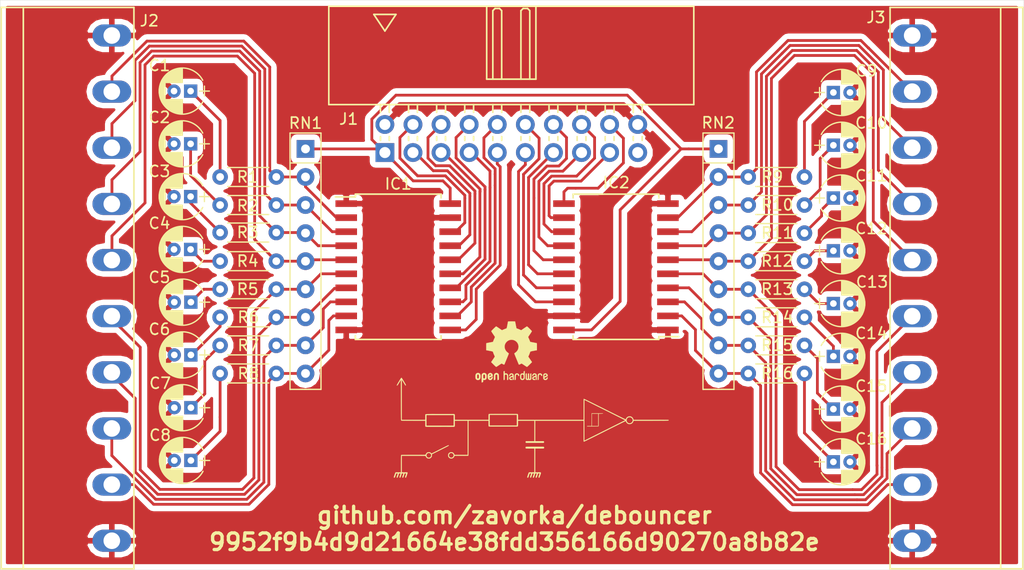
<source format=kicad_pcb>
(kicad_pcb (version 4) (host pcbnew 4.0.7)
  (layers (0 F.Cu power) (31 B.Cu signal) (34 B.Paste user) (35 F.Paste user) (36 B.SilkS user) (37 F.SilkS user) (38 B.Mask user) (39 F.Mask user) (44 Edge.Cuts user))
  (net 0 "")
  (net 1 "Net-(C1-Pad1)")
  (net 2 GND)
  (net 3 "Net-(C2-Pad1)")
  (net 4 "Net-(C3-Pad1)")
  (net 5 "Net-(C4-Pad1)")
  (net 6 "Net-(C5-Pad1)")
  (net 7 "Net-(C6-Pad1)")
  (net 8 "Net-(C7-Pad1)")
  (net 9 "Net-(C8-Pad1)")
  (net 10 "Net-(C9-Pad1)")
  (net 11 "Net-(C10-Pad1)")
  (net 12 "Net-(C11-Pad1)")
  (net 13 "Net-(C12-Pad1)")
  (net 14 "Net-(C13-Pad1)")
  (net 15 "Net-(C14-Pad1)")
  (net 16 "Net-(C15-Pad1)")
  (net 17 "Net-(C16-Pad1)")
  (net 18 "Net-(IC1-Pad2)")
  (net 19 "Net-(IC1-Pad3)")
  (net 20 "Net-(IC1-Pad4)")
  (net 21 "Net-(IC1-Pad5)")
  (net 22 "Net-(IC1-Pad6)")
  (net 23 "Net-(IC1-Pad7)")
  (net 24 "Net-(IC1-Pad8)")
  (net 25 "Net-(IC1-Pad9)")
  (net 26 "Net-(IC1-Pad11)")
  (net 27 "Net-(IC1-Pad12)")
  (net 28 "Net-(IC1-Pad13)")
  (net 29 "Net-(IC1-Pad14)")
  (net 30 "Net-(IC1-Pad15)")
  (net 31 "Net-(IC1-Pad16)")
  (net 32 "Net-(IC1-Pad17)")
  (net 33 "Net-(IC1-Pad18)")
  (net 34 "Net-(IC2-Pad2)")
  (net 35 "Net-(IC2-Pad3)")
  (net 36 "Net-(IC2-Pad4)")
  (net 37 "Net-(IC2-Pad5)")
  (net 38 "Net-(IC2-Pad6)")
  (net 39 "Net-(IC2-Pad7)")
  (net 40 "Net-(IC2-Pad8)")
  (net 41 "Net-(IC2-Pad9)")
  (net 42 "Net-(IC2-Pad11)")
  (net 43 "Net-(IC2-Pad12)")
  (net 44 "Net-(IC2-Pad13)")
  (net 45 "Net-(IC2-Pad14)")
  (net 46 "Net-(IC2-Pad15)")
  (net 47 "Net-(IC2-Pad16)")
  (net 48 "Net-(IC2-Pad17)")
  (net 49 "Net-(IC2-Pad18)")
  (net 50 +3V3)
  (net 51 +5V)
  (module Connectors_Multicomp:Multicomp_MC9A22-2034_2x10x2.54mm_Angled (layer F.Cu) (at 83.6557 92.2782)
    (fp_text reference J1 (at -3.2774 -3.0353) (layer F.SilkS))
    (fp_text value Conn_02x10_Odd_Even hide)
    (pad 1 thru_hole rect (at 0 0) (size 1.7 1.7) (drill 1) (layers *.Cu *.Mask) (net 50 +3V3))
    (pad 2 thru_hole circle (at 0 -2.54) (size 1.7 1.7) (drill 1) (layers *.Cu *.Mask) (net 2 GND))
    (pad 3 thru_hole circle (at 2.54 0) (size 1.7 1.7) (drill 1) (layers *.Cu *.Mask) (net 32 "Net-(IC1-Pad17)"))
    (pad 4 thru_hole circle (at 2.54 -2.54) (size 1.7 1.7) (drill 1) (layers *.Cu *.Mask) (net 33 "Net-(IC1-Pad18)"))
    (pad 5 thru_hole circle (at 5.08 0) (size 1.7 1.7) (drill 1) (layers *.Cu *.Mask) (net 30 "Net-(IC1-Pad15)"))
    (pad 6 thru_hole circle (at 5.08 -2.54) (size 1.7 1.7) (drill 1) (layers *.Cu *.Mask) (net 31 "Net-(IC1-Pad16)"))
    (pad 7 thru_hole circle (at 7.62 0) (size 1.7 1.7) (drill 1) (layers *.Cu *.Mask) (net 28 "Net-(IC1-Pad13)"))
    (pad 8 thru_hole circle (at 7.62 -2.54) (size 1.7 1.7) (drill 1) (layers *.Cu *.Mask) (net 29 "Net-(IC1-Pad14)"))
    (pad 9 thru_hole circle (at 10.16 0) (size 1.7 1.7) (drill 1) (layers *.Cu *.Mask) (net 26 "Net-(IC1-Pad11)"))
    (pad 10 thru_hole circle (at 10.16 -2.54) (size 1.7 1.7) (drill 1) (layers *.Cu *.Mask) (net 27 "Net-(IC1-Pad12)"))
    (pad 11 thru_hole circle (at 12.7 0) (size 1.7 1.7) (drill 1) (layers *.Cu *.Mask) (net 49 "Net-(IC2-Pad18)"))
    (pad 12 thru_hole circle (at 12.7 -2.54) (size 1.7 1.7) (drill 1) (layers *.Cu *.Mask) (net 48 "Net-(IC2-Pad17)"))
    (pad 13 thru_hole circle (at 15.24 0) (size 1.7 1.7) (drill 1) (layers *.Cu *.Mask) (net 47 "Net-(IC2-Pad16)"))
    (pad 14 thru_hole circle (at 15.24 -2.54) (size 1.7 1.7) (drill 1) (layers *.Cu *.Mask) (net 46 "Net-(IC2-Pad15)"))
    (pad 15 thru_hole circle (at 17.78 0) (size 1.7 1.7) (drill 1) (layers *.Cu *.Mask) (net 45 "Net-(IC2-Pad14)"))
    (pad 16 thru_hole circle (at 17.78 -2.54) (size 1.7 1.7) (drill 1) (layers *.Cu *.Mask) (net 44 "Net-(IC2-Pad13)"))
    (pad 17 thru_hole circle (at 20.32 0) (size 1.7 1.7) (drill 1) (layers *.Cu *.Mask) (net 43 "Net-(IC2-Pad12)"))
    (pad 18 thru_hole circle (at 20.32 -2.54) (size 1.7 1.7) (drill 1) (layers *.Cu *.Mask) (net 42 "Net-(IC2-Pad11)"))
    (pad 19 thru_hole circle (at 22.86 0) (size 1.7 1.7) (drill 1) (layers *.Cu *.Mask) (net 51 +5V))
    (pad 20 thru_hole circle (at 22.86 -2.54) (size 1.7 1.7) (drill 1) (layers *.Cu *.Mask) (net 2 GND))
  )
  (module Capacitors_THT:CP_Radial_D4.0mm_P1.50mm (layer F.Cu) (at 66.0908 86.7156 180)
    (fp_text reference C1 (at 2.8194 2.3241 180) (layer F.SilkS))
    (fp_text value 1u hide)
    (pad 1 thru_hole rect (at 0 0 180) (size 1.2 1.2) (drill 0.6) (layers *.Cu *.Mask) (net 1 "Net-(C1-Pad1)"))
    (pad 2 thru_hole circle (at 1.5 0 180) (size 1.2 1.2) (drill 0.6) (layers *.Cu *.Mask) (net 2 GND))
  )
  (module Capacitors_THT:CP_Radial_D4.0mm_P1.50mm (layer F.Cu) (at 66.0908 91.4908 180)
    (fp_text reference C2 (at 2.8194 2.4003 180) (layer F.SilkS))
    (fp_text value 1u hide)
    (pad 1 thru_hole rect (at 0 0 180) (size 1.2 1.2) (drill 0.6) (layers *.Cu *.Mask) (net 3 "Net-(C2-Pad1)"))
    (pad 2 thru_hole circle (at 1.5 0 180) (size 1.2 1.2) (drill 0.6) (layers *.Cu *.Mask) (net 2 GND))
  )
  (module Capacitors_THT:CP_Radial_D4.0mm_P1.50mm (layer F.Cu) (at 66.0908 96.266 180)
    (fp_text reference C3 (at 2.8194 2.286 180) (layer F.SilkS))
    (fp_text value 1u hide)
    (pad 1 thru_hole rect (at 0 0 180) (size 1.2 1.2) (drill 0.6) (layers *.Cu *.Mask) (net 4 "Net-(C3-Pad1)"))
    (pad 2 thru_hole circle (at 1.5 0 180) (size 1.2 1.2) (drill 0.6) (layers *.Cu *.Mask) (net 2 GND))
  )
  (module Capacitors_THT:CP_Radial_D4.0mm_P1.50mm (layer F.Cu) (at 66.0908 101.0412 180)
    (fp_text reference C4 (at 2.8194 2.3622 180) (layer F.SilkS))
    (fp_text value 1u hide)
    (pad 1 thru_hole rect (at 0 0 180) (size 1.2 1.2) (drill 0.6) (layers *.Cu *.Mask) (net 5 "Net-(C4-Pad1)"))
    (pad 2 thru_hole circle (at 1.5 0 180) (size 1.2 1.2) (drill 0.6) (layers *.Cu *.Mask) (net 2 GND))
  )
  (module Capacitors_THT:CP_Radial_D4.0mm_P1.50mm (layer F.Cu) (at 66.1162 105.8164 180)
    (fp_text reference C5 (at 2.8448 2.2479 180) (layer F.SilkS))
    (fp_text value 1u hide)
    (pad 1 thru_hole rect (at 0 0 180) (size 1.2 1.2) (drill 0.6) (layers *.Cu *.Mask) (net 6 "Net-(C5-Pad1)"))
    (pad 2 thru_hole circle (at 1.5 0 180) (size 1.2 1.2) (drill 0.6) (layers *.Cu *.Mask) (net 2 GND))
  )
  (module Capacitors_THT:CP_Radial_D4.0mm_P1.50mm (layer F.Cu) (at 66.1162 110.5916 180)
    (fp_text reference C6 (at 2.8448 2.3241 180) (layer F.SilkS))
    (fp_text value 1u hide)
    (pad 1 thru_hole rect (at 0 0 180) (size 1.2 1.2) (drill 0.6) (layers *.Cu *.Mask) (net 7 "Net-(C6-Pad1)"))
    (pad 2 thru_hole circle (at 1.5 0 180) (size 1.2 1.2) (drill 0.6) (layers *.Cu *.Mask) (net 2 GND))
  )
  (module Capacitors_THT:CP_Radial_D4.0mm_P1.50mm (layer F.Cu) (at 66.1162 115.3668 180)
    (fp_text reference C7 (at 2.7813 2.2098 180) (layer F.SilkS))
    (fp_text value 1u hide)
    (pad 1 thru_hole rect (at 0 0 180) (size 1.2 1.2) (drill 0.6) (layers *.Cu *.Mask) (net 8 "Net-(C7-Pad1)"))
    (pad 2 thru_hole circle (at 1.5 0 180) (size 1.2 1.2) (drill 0.6) (layers *.Cu *.Mask) (net 2 GND))
  )
  (module Capacitors_THT:CP_Radial_D4.0mm_P1.50mm (layer F.Cu) (at 66.1162 120.142 180)
    (fp_text reference C8 (at 2.7813 2.286 180) (layer F.SilkS))
    (fp_text value 1u hide)
    (pad 1 thru_hole rect (at 0 0 180) (size 1.2 1.2) (drill 0.6) (layers *.Cu *.Mask) (net 9 "Net-(C8-Pad1)"))
    (pad 2 thru_hole circle (at 1.5 0 180) (size 1.2 1.2) (drill 0.6) (layers *.Cu *.Mask) (net 2 GND))
  )
  (module Capacitors_THT:CP_Radial_D4.0mm_P1.50mm (layer F.Cu) (at 124.206 86.8426)
    (fp_text reference C9 (at 2.9845 -1.9558) (layer F.SilkS))
    (fp_text value 1u hide)
    (pad 1 thru_hole rect (at 0 0) (size 1.2 1.2) (drill 0.6) (layers *.Cu *.Mask) (net 10 "Net-(C9-Pad1)"))
    (pad 2 thru_hole circle (at 1.5 0) (size 1.2 1.2) (drill 0.6) (layers *.Cu *.Mask) (net 2 GND))
  )
  (module Capacitors_THT:CP_Radial_D4.0mm_P1.50mm (layer F.Cu) (at 124.206 91.6178)
    (fp_text reference C10 (at 3.429 -2.0193) (layer F.SilkS))
    (fp_text value 1u hide)
    (pad 1 thru_hole rect (at 0 0) (size 1.2 1.2) (drill 0.6) (layers *.Cu *.Mask) (net 11 "Net-(C10-Pad1)"))
    (pad 2 thru_hole circle (at 1.5 0) (size 1.2 1.2) (drill 0.6) (layers *.Cu *.Mask) (net 2 GND))
  )
  (module Capacitors_THT:CP_Radial_D4.0mm_P1.50mm (layer F.Cu) (at 124.206 96.393)
    (fp_text reference C11 (at 3.429 -2.0193) (layer F.SilkS))
    (fp_text value 1u hide)
    (pad 1 thru_hole rect (at 0 0) (size 1.2 1.2) (drill 0.6) (layers *.Cu *.Mask) (net 12 "Net-(C11-Pad1)"))
    (pad 2 thru_hole circle (at 1.5 0) (size 1.2 1.2) (drill 0.6) (layers *.Cu *.Mask) (net 2 GND))
  )
  (module Capacitors_THT:CP_Radial_D4.0mm_P1.50mm (layer F.Cu) (at 124.206 101.1682)
    (fp_text reference C12 (at 3.429 -2.0193) (layer F.SilkS))
    (fp_text value 1u hide)
    (pad 1 thru_hole rect (at 0 0) (size 1.2 1.2) (drill 0.6) (layers *.Cu *.Mask) (net 13 "Net-(C12-Pad1)"))
    (pad 2 thru_hole circle (at 1.5 0) (size 1.2 1.2) (drill 0.6) (layers *.Cu *.Mask) (net 2 GND))
  )
  (module Capacitors_THT:CP_Radial_D4.0mm_P1.50mm (layer F.Cu) (at 124.206 105.9434)
    (fp_text reference C13 (at 3.4925 -1.9558) (layer F.SilkS))
    (fp_text value 1u hide)
    (pad 1 thru_hole rect (at 0 0) (size 1.2 1.2) (drill 0.6) (layers *.Cu *.Mask) (net 14 "Net-(C13-Pad1)"))
    (pad 2 thru_hole circle (at 1.5 0) (size 1.2 1.2) (drill 0.6) (layers *.Cu *.Mask) (net 2 GND))
  )
  (module Capacitors_THT:CP_Radial_D4.0mm_P1.50mm (layer F.Cu) (at 124.206 110.7186)
    (fp_text reference C14 (at 3.429 -2.0828) (layer F.SilkS))
    (fp_text value 1u hide)
    (pad 1 thru_hole rect (at 0 0) (size 1.2 1.2) (drill 0.6) (layers *.Cu *.Mask) (net 15 "Net-(C14-Pad1)"))
    (pad 2 thru_hole circle (at 1.5 0) (size 1.2 1.2) (drill 0.6) (layers *.Cu *.Mask) (net 2 GND))
  )
  (module Capacitors_THT:CP_Radial_D4.0mm_P1.50mm (layer F.Cu) (at 124.206 115.4938)
    (fp_text reference C15 (at 3.429 -2.0828) (layer F.SilkS))
    (fp_text value 1u hide)
    (pad 1 thru_hole rect (at 0 0) (size 1.2 1.2) (drill 0.6) (layers *.Cu *.Mask) (net 16 "Net-(C15-Pad1)"))
    (pad 2 thru_hole circle (at 1.5 0) (size 1.2 1.2) (drill 0.6) (layers *.Cu *.Mask) (net 2 GND))
  )
  (module Capacitors_THT:CP_Radial_D4.0mm_P1.50mm (layer F.Cu) (at 124.206 120.269)
    (fp_text reference C16 (at 3.429 -2.0828) (layer F.SilkS))
    (fp_text value 1u hide)
    (pad 1 thru_hole rect (at 0 0) (size 1.2 1.2) (drill 0.6) (layers *.Cu *.Mask) (net 17 "Net-(C16-Pad1)"))
    (pad 2 thru_hole circle (at 1.5 0) (size 1.2 1.2) (drill 0.6) (layers *.Cu *.Mask) (net 2 GND))
  )
  (module Housings_SOIC:SOIC-20W_7.5x12.8mm_Pitch1.27mm (layer F.Cu) (at 84.8614 102.616)
    (fp_text reference IC1 (at 0 -7.5) (layer F.SilkS))
    (fp_text value 74HC7540)
    (pad 1 smd rect (at -4.7 -5.715) (size 1.95 0.6) (layers F.Cu F.Paste F.Mask) (net 2 GND))
    (pad 2 smd rect (at -4.7 -4.445) (size 1.95 0.6) (layers F.Cu F.Paste F.Mask) (net 18 "Net-(IC1-Pad2)"))
    (pad 3 smd rect (at -4.7 -3.175) (size 1.95 0.6) (layers F.Cu F.Paste F.Mask) (net 19 "Net-(IC1-Pad3)"))
    (pad 4 smd rect (at -4.7 -1.905) (size 1.95 0.6) (layers F.Cu F.Paste F.Mask) (net 20 "Net-(IC1-Pad4)"))
    (pad 5 smd rect (at -4.7 -0.635) (size 1.95 0.6) (layers F.Cu F.Paste F.Mask) (net 21 "Net-(IC1-Pad5)"))
    (pad 6 smd rect (at -4.7 0.635) (size 1.95 0.6) (layers F.Cu F.Paste F.Mask) (net 22 "Net-(IC1-Pad6)"))
    (pad 7 smd rect (at -4.7 1.905) (size 1.95 0.6) (layers F.Cu F.Paste F.Mask) (net 23 "Net-(IC1-Pad7)"))
    (pad 8 smd rect (at -4.7 3.175) (size 1.95 0.6) (layers F.Cu F.Paste F.Mask) (net 24 "Net-(IC1-Pad8)"))
    (pad 9 smd rect (at -4.7 4.445) (size 1.95 0.6) (layers F.Cu F.Paste F.Mask) (net 25 "Net-(IC1-Pad9)"))
    (pad 10 smd rect (at -4.7 5.715) (size 1.95 0.6) (layers F.Cu F.Paste F.Mask) (net 2 GND))
    (pad 11 smd rect (at 4.7 5.715) (size 1.95 0.6) (layers F.Cu F.Paste F.Mask) (net 26 "Net-(IC1-Pad11)"))
    (pad 12 smd rect (at 4.7 4.445) (size 1.95 0.6) (layers F.Cu F.Paste F.Mask) (net 27 "Net-(IC1-Pad12)"))
    (pad 13 smd rect (at 4.7 3.175) (size 1.95 0.6) (layers F.Cu F.Paste F.Mask) (net 28 "Net-(IC1-Pad13)"))
    (pad 14 smd rect (at 4.7 1.905) (size 1.95 0.6) (layers F.Cu F.Paste F.Mask) (net 29 "Net-(IC1-Pad14)"))
    (pad 15 smd rect (at 4.7 0.635) (size 1.95 0.6) (layers F.Cu F.Paste F.Mask) (net 30 "Net-(IC1-Pad15)"))
    (pad 16 smd rect (at 4.7 -0.635) (size 1.95 0.6) (layers F.Cu F.Paste F.Mask) (net 31 "Net-(IC1-Pad16)"))
    (pad 17 smd rect (at 4.7 -1.905) (size 1.95 0.6) (layers F.Cu F.Paste F.Mask) (net 32 "Net-(IC1-Pad17)"))
    (pad 18 smd rect (at 4.7 -3.175) (size 1.95 0.6) (layers F.Cu F.Paste F.Mask) (net 33 "Net-(IC1-Pad18)"))
    (pad 19 smd rect (at 4.7 -4.445) (size 1.95 0.6) (layers F.Cu F.Paste F.Mask) (net 2 GND))
    (pad 20 smd rect (at 4.7 -5.715) (size 1.95 0.6) (layers F.Cu F.Paste F.Mask) (net 50 +3V3))
  )
  (module Housings_SOIC:SOIC-20W_7.5x12.8mm_Pitch1.27mm (layer F.Cu) (at 104.5464 102.616 180)
    (fp_text reference IC2 (at -0.0254 7.62 180) (layer F.SilkS))
    (fp_text value 74HC7540)
    (pad 1 smd rect (at -4.7 -5.715 180) (size 1.95 0.6) (layers F.Cu F.Paste F.Mask) (net 2 GND))
    (pad 2 smd rect (at -4.7 -4.445 180) (size 1.95 0.6) (layers F.Cu F.Paste F.Mask) (net 34 "Net-(IC2-Pad2)"))
    (pad 3 smd rect (at -4.7 -3.175 180) (size 1.95 0.6) (layers F.Cu F.Paste F.Mask) (net 35 "Net-(IC2-Pad3)"))
    (pad 4 smd rect (at -4.7 -1.905 180) (size 1.95 0.6) (layers F.Cu F.Paste F.Mask) (net 36 "Net-(IC2-Pad4)"))
    (pad 5 smd rect (at -4.7 -0.635 180) (size 1.95 0.6) (layers F.Cu F.Paste F.Mask) (net 37 "Net-(IC2-Pad5)"))
    (pad 6 smd rect (at -4.7 0.635 180) (size 1.95 0.6) (layers F.Cu F.Paste F.Mask) (net 38 "Net-(IC2-Pad6)"))
    (pad 7 smd rect (at -4.7 1.905 180) (size 1.95 0.6) (layers F.Cu F.Paste F.Mask) (net 39 "Net-(IC2-Pad7)"))
    (pad 8 smd rect (at -4.7 3.175 180) (size 1.95 0.6) (layers F.Cu F.Paste F.Mask) (net 40 "Net-(IC2-Pad8)"))
    (pad 9 smd rect (at -4.7 4.445 180) (size 1.95 0.6) (layers F.Cu F.Paste F.Mask) (net 41 "Net-(IC2-Pad9)"))
    (pad 10 smd rect (at -4.7 5.715 180) (size 1.95 0.6) (layers F.Cu F.Paste F.Mask) (net 2 GND))
    (pad 11 smd rect (at 4.7 5.715 180) (size 1.95 0.6) (layers F.Cu F.Paste F.Mask) (net 42 "Net-(IC2-Pad11)"))
    (pad 12 smd rect (at 4.7 4.445 180) (size 1.95 0.6) (layers F.Cu F.Paste F.Mask) (net 43 "Net-(IC2-Pad12)"))
    (pad 13 smd rect (at 4.7 3.175 180) (size 1.95 0.6) (layers F.Cu F.Paste F.Mask) (net 44 "Net-(IC2-Pad13)"))
    (pad 14 smd rect (at 4.7 1.905 180) (size 1.95 0.6) (layers F.Cu F.Paste F.Mask) (net 45 "Net-(IC2-Pad14)"))
    (pad 15 smd rect (at 4.7 0.635 180) (size 1.95 0.6) (layers F.Cu F.Paste F.Mask) (net 46 "Net-(IC2-Pad15)"))
    (pad 16 smd rect (at 4.7 -0.635 180) (size 1.95 0.6) (layers F.Cu F.Paste F.Mask) (net 47 "Net-(IC2-Pad16)"))
    (pad 17 smd rect (at 4.7 -1.905 180) (size 1.95 0.6) (layers F.Cu F.Paste F.Mask) (net 48 "Net-(IC2-Pad17)"))
    (pad 18 smd rect (at 4.7 -3.175 180) (size 1.95 0.6) (layers F.Cu F.Paste F.Mask) (net 49 "Net-(IC2-Pad18)"))
    (pad 19 smd rect (at 4.7 -4.445 180) (size 1.95 0.6) (layers F.Cu F.Paste F.Mask) (net 2 GND))
    (pad 20 smd rect (at 4.7 -5.715 180) (size 1.95 0.6) (layers F.Cu F.Paste F.Mask) (net 50 +3V3))
  )
  (module Resistors_THT:R_Axial_DIN0204_L3.6mm_D1.6mm_P5.08mm_Horizontal (layer F.Cu) (at 68.7578 94.488)
    (fp_text reference R1 (at 2.4892 0) (layer F.SilkS))
    (fp_text value 7k5 hide)
    (pad 1 thru_hole circle (at 0 0) (size 1.4 1.4) (drill 0.7) (layers *.Cu *.Mask) (net 1 "Net-(C1-Pad1)"))
    (pad 2 thru_hole oval (at 5.08 0) (size 1.4 1.4) (drill 0.7) (layers *.Cu *.Mask) (net 18 "Net-(IC1-Pad2)"))
  )
  (module Resistors_THT:R_Axial_DIN0204_L3.6mm_D1.6mm_P5.08mm_Horizontal (layer F.Cu) (at 68.7578 97.028)
    (fp_text reference R2 (at 2.4892 0.0635) (layer F.SilkS))
    (fp_text value 7k5 hide)
    (pad 1 thru_hole circle (at 0 0) (size 1.4 1.4) (drill 0.7) (layers *.Cu *.Mask) (net 3 "Net-(C2-Pad1)"))
    (pad 2 thru_hole oval (at 5.08 0) (size 1.4 1.4) (drill 0.7) (layers *.Cu *.Mask) (net 19 "Net-(IC1-Pad3)"))
  )
  (module Resistors_THT:R_Axial_DIN0204_L3.6mm_D1.6mm_P5.08mm_Horizontal (layer F.Cu) (at 68.7578 99.5172)
    (fp_text reference R3 (at 2.4892 -0.0127) (layer F.SilkS))
    (fp_text value 7k5 hide)
    (pad 1 thru_hole circle (at 0 0) (size 1.4 1.4) (drill 0.7) (layers *.Cu *.Mask) (net 4 "Net-(C3-Pad1)"))
    (pad 2 thru_hole oval (at 5.08 0) (size 1.4 1.4) (drill 0.7) (layers *.Cu *.Mask) (net 20 "Net-(IC1-Pad4)"))
  )
  (module Resistors_THT:R_Axial_DIN0204_L3.6mm_D1.6mm_P5.08mm_Horizontal (layer F.Cu) (at 68.7578 102.108)
    (fp_text reference R4 (at 2.4892 0) (layer F.SilkS))
    (fp_text value 7k5 hide)
    (pad 1 thru_hole circle (at 0 0) (size 1.4 1.4) (drill 0.7) (layers *.Cu *.Mask) (net 5 "Net-(C4-Pad1)"))
    (pad 2 thru_hole oval (at 5.08 0) (size 1.4 1.4) (drill 0.7) (layers *.Cu *.Mask) (net 21 "Net-(IC1-Pad5)"))
  )
  (module Resistors_THT:R_Axial_DIN0204_L3.6mm_D1.6mm_P5.08mm_Horizontal (layer F.Cu) (at 68.7578 104.648)
    (fp_text reference R5 (at 2.4892 0) (layer F.SilkS))
    (fp_text value 7k5 hide)
    (pad 1 thru_hole circle (at 0 0) (size 1.4 1.4) (drill 0.7) (layers *.Cu *.Mask) (net 6 "Net-(C5-Pad1)"))
    (pad 2 thru_hole oval (at 5.08 0) (size 1.4 1.4) (drill 0.7) (layers *.Cu *.Mask) (net 22 "Net-(IC1-Pad6)"))
  )
  (module Resistors_THT:R_Axial_DIN0204_L3.6mm_D1.6mm_P5.08mm_Horizontal (layer F.Cu) (at 68.7578 107.188)
    (fp_text reference R6 (at 2.5527 0) (layer F.SilkS))
    (fp_text value 7k5 hide)
    (pad 1 thru_hole circle (at 0 0) (size 1.4 1.4) (drill 0.7) (layers *.Cu *.Mask) (net 7 "Net-(C6-Pad1)"))
    (pad 2 thru_hole oval (at 5.08 0) (size 1.4 1.4) (drill 0.7) (layers *.Cu *.Mask) (net 23 "Net-(IC1-Pad7)"))
  )
  (module Resistors_THT:R_Axial_DIN0204_L3.6mm_D1.6mm_P5.08mm_Horizontal (layer F.Cu) (at 68.7578 109.728)
    (fp_text reference R7 (at 2.5527 0) (layer F.SilkS))
    (fp_text value 7k5 hide)
    (pad 1 thru_hole circle (at 0 0) (size 1.4 1.4) (drill 0.7) (layers *.Cu *.Mask) (net 8 "Net-(C7-Pad1)"))
    (pad 2 thru_hole oval (at 5.08 0) (size 1.4 1.4) (drill 0.7) (layers *.Cu *.Mask) (net 24 "Net-(IC1-Pad8)"))
  )
  (module Resistors_THT:R_Axial_DIN0204_L3.6mm_D1.6mm_P5.08mm_Horizontal (layer F.Cu) (at 68.7578 112.268)
    (fp_text reference R8 (at 2.5527 0) (layer F.SilkS))
    (fp_text value 7k5 hide)
    (pad 1 thru_hole circle (at 0 0) (size 1.4 1.4) (drill 0.7) (layers *.Cu *.Mask) (net 9 "Net-(C8-Pad1)"))
    (pad 2 thru_hole oval (at 5.08 0) (size 1.4 1.4) (drill 0.7) (layers *.Cu *.Mask) (net 25 "Net-(IC1-Pad9)"))
  )
  (module Resistors_THT:R_Axial_DIN0204_L3.6mm_D1.6mm_P5.08mm_Horizontal (layer F.Cu) (at 121.5898 94.488 180)
    (fp_text reference R9 (at 2.9083 0.0127 180) (layer F.SilkS))
    (fp_text value 7k5 hide)
    (pad 1 thru_hole circle (at 0 0 180) (size 1.4 1.4) (drill 0.7) (layers *.Cu *.Mask) (net 10 "Net-(C9-Pad1)"))
    (pad 2 thru_hole oval (at 5.08 0 180) (size 1.4 1.4) (drill 0.7) (layers *.Cu *.Mask) (net 41 "Net-(IC2-Pad9)"))
  )
  (module Resistors_THT:R_Axial_DIN0204_L3.6mm_D1.6mm_P5.08mm_Horizontal (layer F.Cu) (at 121.5898 97.028 180)
    (fp_text reference R10 (at 2.4638 0.0127 180) (layer F.SilkS))
    (fp_text value 7k5 hide)
    (pad 1 thru_hole circle (at 0 0 180) (size 1.4 1.4) (drill 0.7) (layers *.Cu *.Mask) (net 11 "Net-(C10-Pad1)"))
    (pad 2 thru_hole oval (at 5.08 0 180) (size 1.4 1.4) (drill 0.7) (layers *.Cu *.Mask) (net 40 "Net-(IC2-Pad8)"))
  )
  (module Resistors_THT:R_Axial_DIN0204_L3.6mm_D1.6mm_P5.08mm_Horizontal (layer F.Cu) (at 121.5898 99.568 180)
    (fp_text reference R11 (at 2.4638 0.0127 180) (layer F.SilkS))
    (fp_text value 7k5 hide)
    (pad 1 thru_hole circle (at 0 0 180) (size 1.4 1.4) (drill 0.7) (layers *.Cu *.Mask) (net 12 "Net-(C11-Pad1)"))
    (pad 2 thru_hole oval (at 5.08 0 180) (size 1.4 1.4) (drill 0.7) (layers *.Cu *.Mask) (net 39 "Net-(IC2-Pad7)"))
  )
  (module Resistors_THT:R_Axial_DIN0204_L3.6mm_D1.6mm_P5.08mm_Horizontal (layer F.Cu) (at 121.5898 102.108 180)
    (fp_text reference R12 (at 2.4638 0.0127 180) (layer F.SilkS))
    (fp_text value 7k5 hide)
    (pad 1 thru_hole circle (at 0 0 180) (size 1.4 1.4) (drill 0.7) (layers *.Cu *.Mask) (net 13 "Net-(C12-Pad1)"))
    (pad 2 thru_hole oval (at 5.08 0 180) (size 1.4 1.4) (drill 0.7) (layers *.Cu *.Mask) (net 38 "Net-(IC2-Pad6)"))
  )
  (module Resistors_THT:R_Axial_DIN0204_L3.6mm_D1.6mm_P5.08mm_Horizontal (layer F.Cu) (at 121.5898 104.648 180)
    (fp_text reference R13 (at 2.4638 0.0127 180) (layer F.SilkS))
    (fp_text value 7k5 hide)
    (pad 1 thru_hole circle (at 0 0 180) (size 1.4 1.4) (drill 0.7) (layers *.Cu *.Mask) (net 14 "Net-(C13-Pad1)"))
    (pad 2 thru_hole oval (at 5.08 0 180) (size 1.4 1.4) (drill 0.7) (layers *.Cu *.Mask) (net 37 "Net-(IC2-Pad5)"))
  )
  (module Resistors_THT:R_Axial_DIN0204_L3.6mm_D1.6mm_P5.08mm_Horizontal (layer F.Cu) (at 121.5898 107.188 180)
    (fp_text reference R14 (at 2.4638 0 180) (layer F.SilkS))
    (fp_text value 7k5 hide)
    (pad 1 thru_hole circle (at 0 0 180) (size 1.4 1.4) (drill 0.7) (layers *.Cu *.Mask) (net 15 "Net-(C14-Pad1)"))
    (pad 2 thru_hole oval (at 5.08 0 180) (size 1.4 1.4) (drill 0.7) (layers *.Cu *.Mask) (net 36 "Net-(IC2-Pad4)"))
  )
  (module Resistors_THT:R_Axial_DIN0204_L3.6mm_D1.6mm_P5.08mm_Horizontal (layer F.Cu) (at 121.5898 109.728 180)
    (fp_text reference R15 (at 2.4638 0.0127 180) (layer F.SilkS))
    (fp_text value 7k5 hide)
    (pad 1 thru_hole circle (at 0 0 180) (size 1.4 1.4) (drill 0.7) (layers *.Cu *.Mask) (net 16 "Net-(C15-Pad1)"))
    (pad 2 thru_hole oval (at 5.08 0 180) (size 1.4 1.4) (drill 0.7) (layers *.Cu *.Mask) (net 35 "Net-(IC2-Pad3)"))
  )
  (module Resistors_THT:R_Axial_DIN0204_L3.6mm_D1.6mm_P5.08mm_Horizontal (layer F.Cu) (at 121.5898 112.268 180)
    (fp_text reference R16 (at 2.4638 0.0127 180) (layer F.SilkS))
    (fp_text value 7k5 hide)
    (pad 1 thru_hole circle (at 0 0 180) (size 1.4 1.4) (drill 0.7) (layers *.Cu *.Mask) (net 17 "Net-(C16-Pad1)"))
    (pad 2 thru_hole oval (at 5.08 0 180) (size 1.4 1.4) (drill 0.7) (layers *.Cu *.Mask) (net 34 "Net-(IC2-Pad2)"))
  )
  (module Resistors_THT:R_Array_SIP9 (layer F.Cu) (at 76.4794 91.948 270)
    (fp_text reference RN1 (at -2.3368 0 360) (layer F.SilkS))
    (fp_text value 1k2 hide)
    (pad 1 thru_hole rect (at 0 0 270) (size 1.6 1.6) (drill 0.8) (layers *.Cu *.Mask) (net 50 +3V3))
    (pad 2 thru_hole oval (at 2.54 0 270) (size 1.6 1.6) (drill 0.8) (layers *.Cu *.Mask) (net 18 "Net-(IC1-Pad2)"))
    (pad 3 thru_hole oval (at 5.08 0 270) (size 1.6 1.6) (drill 0.8) (layers *.Cu *.Mask) (net 19 "Net-(IC1-Pad3)"))
    (pad 4 thru_hole oval (at 7.62 0 270) (size 1.6 1.6) (drill 0.8) (layers *.Cu *.Mask) (net 20 "Net-(IC1-Pad4)"))
    (pad 5 thru_hole oval (at 10.16 0 270) (size 1.6 1.6) (drill 0.8) (layers *.Cu *.Mask) (net 21 "Net-(IC1-Pad5)"))
    (pad 6 thru_hole oval (at 12.7 0 270) (size 1.6 1.6) (drill 0.8) (layers *.Cu *.Mask) (net 22 "Net-(IC1-Pad6)"))
    (pad 7 thru_hole oval (at 15.24 0 270) (size 1.6 1.6) (drill 0.8) (layers *.Cu *.Mask) (net 23 "Net-(IC1-Pad7)"))
    (pad 8 thru_hole oval (at 17.78 0 270) (size 1.6 1.6) (drill 0.8) (layers *.Cu *.Mask) (net 24 "Net-(IC1-Pad8)"))
    (pad 9 thru_hole oval (at 20.32 0 270) (size 1.6 1.6) (drill 0.8) (layers *.Cu *.Mask) (net 25 "Net-(IC1-Pad9)"))
  )
  (module Resistors_THT:R_Array_SIP9 (layer F.Cu) (at 113.8174 91.948 270)
    (fp_text reference RN2 (at -2.3622 0.0254 360) (layer F.SilkS))
    (fp_text value 1k2 hide)
    (pad 1 thru_hole rect (at 0 0 270) (size 1.6 1.6) (drill 0.8) (layers *.Cu *.Mask) (net 50 +3V3))
    (pad 2 thru_hole oval (at 2.54 0 270) (size 1.6 1.6) (drill 0.8) (layers *.Cu *.Mask) (net 41 "Net-(IC2-Pad9)"))
    (pad 3 thru_hole oval (at 5.08 0 270) (size 1.6 1.6) (drill 0.8) (layers *.Cu *.Mask) (net 40 "Net-(IC2-Pad8)"))
    (pad 4 thru_hole oval (at 7.62 0 270) (size 1.6 1.6) (drill 0.8) (layers *.Cu *.Mask) (net 39 "Net-(IC2-Pad7)"))
    (pad 5 thru_hole oval (at 10.16 0 270) (size 1.6 1.6) (drill 0.8) (layers *.Cu *.Mask) (net 38 "Net-(IC2-Pad6)"))
    (pad 6 thru_hole oval (at 12.7 0 270) (size 1.6 1.6) (drill 0.8) (layers *.Cu *.Mask) (net 37 "Net-(IC2-Pad5)"))
    (pad 7 thru_hole oval (at 15.24 0 270) (size 1.6 1.6) (drill 0.8) (layers *.Cu *.Mask) (net 36 "Net-(IC2-Pad4)"))
    (pad 8 thru_hole oval (at 17.78 0 270) (size 1.6 1.6) (drill 0.8) (layers *.Cu *.Mask) (net 35 "Net-(IC2-Pad3)"))
    (pad 9 thru_hole oval (at 20.32 0 270) (size 1.6 1.6) (drill 0.8) (layers *.Cu *.Mask) (net 34 "Net-(IC2-Pad2)"))
  )
  (module wago:PTR_STLZ950_10-5_08 (layer F.Cu) (at 131.3307 81.6864)
    (fp_text reference J3 (at -3.2766 -1.6383) (layer F.SilkS))
    (fp_text value Screw_Terminal_01x10 hide)
    (pad 1 thru_hole oval (at 0 45.72) (size 3.5 2) (drill 1.5) (layers *.Cu *.Mask) (net 2 GND))
    (pad 2 thru_hole oval (at 0 40.64) (size 3.5 2) (drill 1.5) (layers *.Cu *.Mask) (net 34 "Net-(IC2-Pad2)"))
    (pad 3 thru_hole oval (at 0 35.56) (size 3.5 2) (drill 1.5) (layers *.Cu *.Mask) (net 35 "Net-(IC2-Pad3)"))
    (pad 4 thru_hole oval (at 0 30.48) (size 3.5 2) (drill 1.5) (layers *.Cu *.Mask) (net 36 "Net-(IC2-Pad4)"))
    (pad 5 thru_hole oval (at 0 25.4) (size 3.5 2) (drill 1.5) (layers *.Cu *.Mask) (net 37 "Net-(IC2-Pad5)"))
    (pad 6 thru_hole oval (at 0 20.32) (size 3.5 2) (drill 1.5) (layers *.Cu *.Mask) (net 38 "Net-(IC2-Pad6)"))
    (pad 7 thru_hole oval (at 0 15.24) (size 3.5 2) (drill 1.5) (layers *.Cu *.Mask) (net 39 "Net-(IC2-Pad7)"))
    (pad 8 thru_hole oval (at 0 10.16) (size 3.5 2) (drill 1.5) (layers *.Cu *.Mask) (net 40 "Net-(IC2-Pad8)"))
    (pad 9 thru_hole oval (at 0 5.08) (size 3.5 2) (drill 1.5) (layers *.Cu *.Mask) (net 41 "Net-(IC2-Pad9)"))
    (pad 10 thru_hole oval (at 0 0) (size 3.5 2) (drill 1.5) (layers *.Cu *.Mask) (net 2 GND))
  )
  (module wago:PTR_STLZ950_10-5_08 (layer F.Cu) (at 58.9661 127.4064 180)
    (fp_text reference J2 (at -3.3909 47.0535 180) (layer F.SilkS))
    (fp_text value Screw_Terminal_01x10 hide)
    (pad 1 thru_hole oval (at 0 45.72 180) (size 3.5 2) (drill 1.5) (layers *.Cu *.Mask) (net 2 GND))
    (pad 2 thru_hole oval (at 0 40.64 180) (size 3.5 2) (drill 1.5) (layers *.Cu *.Mask) (net 18 "Net-(IC1-Pad2)"))
    (pad 3 thru_hole oval (at 0 35.56 180) (size 3.5 2) (drill 1.5) (layers *.Cu *.Mask) (net 19 "Net-(IC1-Pad3)"))
    (pad 4 thru_hole oval (at 0 30.48 180) (size 3.5 2) (drill 1.5) (layers *.Cu *.Mask) (net 20 "Net-(IC1-Pad4)"))
    (pad 5 thru_hole oval (at 0 25.4 180) (size 3.5 2) (drill 1.5) (layers *.Cu *.Mask) (net 21 "Net-(IC1-Pad5)"))
    (pad 6 thru_hole oval (at 0 20.32 180) (size 3.5 2) (drill 1.5) (layers *.Cu *.Mask) (net 22 "Net-(IC1-Pad6)"))
    (pad 7 thru_hole oval (at 0 15.24 180) (size 3.5 2) (drill 1.5) (layers *.Cu *.Mask) (net 23 "Net-(IC1-Pad7)"))
    (pad 8 thru_hole oval (at 0 10.16 180) (size 3.5 2) (drill 1.5) (layers *.Cu *.Mask) (net 24 "Net-(IC1-Pad8)"))
    (pad 9 thru_hole oval (at 0 5.08 180) (size 3.5 2) (drill 1.5) (layers *.Cu *.Mask) (net 25 "Net-(IC1-Pad9)"))
    (pad 10 thru_hole oval (at 0 0 180) (size 3.5 2) (drill 1.5) (layers *.Cu *.Mask) (net 2 GND))
  )
  (module tb:debouncer (layer F.Cu) (at 96.8883 117.1702)
    (fp_text reference G*** hide)
    (fp_text value LOGO hide)
  )
  (module Symbols:OSHW-Logo2_7.3x6mm_SilkScreen (layer F.Cu) (at 95.1103 110.3122)
    (fp_text reference REF*** hide)
    (fp_text value OSHW-Logo2_7.3x6mm_SilkScreen hide)
  )
  (gr_line (start 48.8696 78.486) (end 48.8696 79.0702) (angle 90) (layer Edge.Cuts) (width 0.0254))
  (gr_line (start 141.4272 78.486) (end 48.8696 78.486) (angle 90) (layer Edge.Cuts) (width 0.0254))
  (gr_line (start 141.4272 78.6765) (end 141.4272 78.486) (angle 90) (layer Edge.Cuts) (width 0.0254))
  (gr_line (start 141.4272 79.0448) (end 141.4272 78.6765) (angle 90) (layer Edge.Cuts) (width 0.0254))
  (gr_line (start 141.4272 130.048) (end 141.4272 79.0448) (angle 90) (layer Edge.Cuts) (width 0.0254))
  (gr_line (start 48.8696 130.048) (end 141.4272 130.048) (angle 90) (layer Edge.Cuts) (width 0.0254))
  (gr_line (start 48.8696 79.0575) (end 48.8696 130.048) (angle 90) (layer Edge.Cuts) (width 0.0254))
  (gr_text "github.com/zavorka/debouncer\n9952f9b4d9d21664e38fdd356166d90270a8b82e" (at 95.3643 126.3142) (layer F.SilkS) (effects (font (size 1.5 1.5) (thickness 0.3))))
  (segment (start 68.7578 94.488) (end 68.7578 89.3826) (width 0.25) (layer F.Cu) (net 1))
  (segment (start 68.7578 89.3826) (end 66.0908 86.7156) (width 0.25) (layer F.Cu) (net 1))
  (segment (start 80.1614 108.331) (end 80.1614 108.333398) (width 0.25) (layer F.Cu) (net 2))
  (segment (start 109.221 96.8756) (end 109.2464 96.901) (width 0.25) (layer F.Cu) (net 2))
  (segment (start 99.8718 107.0864) (end 99.8464 107.061) (width 0.25) (layer F.Cu) (net 2))
  (segment (start 109.221 108.3564) (end 109.2464 108.331) (width 0.25) (layer F.Cu) (net 2))
  (segment (start 68.7578 97.028) (end 66.0908 94.361) (width 0.25) (layer F.Cu) (net 3))
  (segment (start 66.0908 94.361) (end 66.0908 91.4908) (width 0.25) (layer F.Cu) (net 3))
  (segment (start 66.0908 96.266) (end 66.0908 96.8502) (width 0.25) (layer F.Cu) (net 4))
  (segment (start 66.0908 96.8502) (end 68.7578 99.5172) (width 0.25) (layer F.Cu) (net 4))
  (segment (start 68.7578 102.108) (end 67.1576 102.108) (width 0.25) (layer F.Cu) (net 5))
  (segment (start 67.1576 102.108) (end 66.0908 101.0412) (width 0.25) (layer F.Cu) (net 5))
  (segment (start 68.7578 104.648) (end 67.2846 104.648) (width 0.25) (layer F.Cu) (net 6))
  (segment (start 67.2846 104.648) (end 66.1162 105.8164) (width 0.25) (layer F.Cu) (net 6))
  (segment (start 66.1162 110.5916) (end 66.1924 110.5916) (width 0.25) (layer F.Cu) (net 7))
  (segment (start 66.1924 110.5916) (end 68.7578 108.0262) (width 0.25) (layer F.Cu) (net 7))
  (segment (start 68.7578 108.0262) (end 68.7578 107.188) (width 0.25) (layer F.Cu) (net 7))
  (segment (start 66.1162 115.3668) (end 67.3735 114.1095) (width 0.25) (layer F.Cu) (net 8))
  (segment (start 67.3735 111.1123) (end 68.7578 109.728) (width 0.25) (layer F.Cu) (net 8))
  (segment (start 67.3735 114.1095) (end 67.3735 111.1123) (width 0.25) (layer F.Cu) (net 8))
  (segment (start 68.7578 116.2177) (end 68.7578 117.5004) (width 0.25) (layer F.Cu) (net 9))
  (segment (start 68.7578 112.268) (end 68.7578 116.2177) (width 0.25) (layer F.Cu) (net 9))
  (segment (start 68.7578 117.5004) (end 66.1162 120.142) (width 0.25) (layer F.Cu) (net 9))
  (segment (start 124.206 86.8426) (end 121.5898 89.4588) (width 0.25) (layer F.Cu) (net 10))
  (segment (start 121.5898 89.4588) (end 121.5898 94.488) (width 0.25) (layer F.Cu) (net 10))
  (segment (start 121.5898 97.028) (end 123.0122 95.6056) (width 0.25) (layer F.Cu) (net 11))
  (segment (start 123.0122 92.8116) (end 124.206 91.6178) (width 0.25) (layer F.Cu) (net 11))
  (segment (start 123.0122 95.6056) (end 123.0122 92.8116) (width 0.25) (layer F.Cu) (net 11))
  (segment (start 124.206 96.393) (end 123.1392 97.4598) (width 0.25) (layer F.Cu) (net 12))
  (segment (start 123.1392 98.0186) (end 121.5898 99.568) (width 0.25) (layer F.Cu) (net 12))
  (segment (start 123.1392 97.4598) (end 123.1392 98.0186) (width 0.25) (layer F.Cu) (net 12))
  (segment (start 124.1552 96.4438) (end 124.206 96.393) (width 0.25) (layer F.Cu) (net 12))
  (segment (start 121.5898 102.108) (end 122.5296 101.1682) (width 0.25) (layer F.Cu) (net 13))
  (segment (start 122.5296 101.1682) (end 124.206 101.1682) (width 0.25) (layer F.Cu) (net 13))
  (segment (start 124.206 105.9434) (end 122.8852 105.9434) (width 0.25) (layer F.Cu) (net 14))
  (segment (start 122.8852 105.9434) (end 121.5898 104.648) (width 0.25) (layer F.Cu) (net 14))
  (segment (start 124.206 110.7186) (end 124.206 109.8042) (width 0.25) (layer F.Cu) (net 15))
  (segment (start 124.206 109.8042) (end 121.5898 107.188) (width 0.25) (layer F.Cu) (net 15))
  (segment (start 121.5898 109.728) (end 122.7582 110.8964) (width 0.25) (layer F.Cu) (net 16))
  (segment (start 122.7582 114.046) (end 124.206 115.4938) (width 0.25) (layer F.Cu) (net 16))
  (segment (start 122.7582 110.8964) (end 122.7582 114.046) (width 0.25) (layer F.Cu) (net 16))
  (segment (start 121.5898 112.268) (end 121.5898 117.6528) (width 0.25) (layer F.Cu) (net 17))
  (segment (start 121.5898 117.6528) (end 124.206 120.269) (width 0.25) (layer F.Cu) (net 17))
  (segment (start 73.8378 94.488) (end 73.817902 94.488) (width 0.25) (layer F.Cu) (net 18))
  (segment (start 73.817902 94.488) (end 73.246402 93.9165) (width 0.25) (layer F.Cu) (net 18))
  (segment (start 58.9788 85.3567) (end 58.9788 87.0204) (width 0.25) (layer F.Cu) (net 18))
  (segment (start 62.1411 82.1944) (end 58.9788 85.3567) (width 0.25) (layer F.Cu) (net 18))
  (segment (start 70.899996 82.1944) (end 62.1411 82.1944) (width 0.25) (layer F.Cu) (net 18))
  (segment (start 73.246402 84.540806) (end 70.899996 82.1944) (width 0.25) (layer F.Cu) (net 18))
  (segment (start 73.246402 93.9165) (end 73.246402 84.540806) (width 0.25) (layer F.Cu) (net 18))
  (segment (start 80.1614 98.171) (end 79.2734 98.171) (width 0.25) (layer F.Cu) (net 18))
  (segment (start 79.2734 98.171) (end 76.4794 95.377) (width 0.25) (layer F.Cu) (net 18))
  (segment (start 76.4794 95.377) (end 76.4794 94.488) (width 0.25) (layer F.Cu) (net 18))
  (segment (start 73.8378 94.488) (end 76.4794 94.488) (width 0.25) (layer F.Cu) (net 18))
  (segment (start 80.1614 98.171) (end 80.925798 98.171) (width 0.25) (layer F.Cu) (net 18))
  (segment (start 58.9788 87.0204) (end 58.9788 87.0712) (width 0.25) (layer F.Cu) (net 18))
  (segment (start 58.9788 92.1004) (end 58.9788 89.662) (width 0.25) (layer F.Cu) (net 19))
  (segment (start 72.7964 95.9866) (end 73.8378 97.028) (width 0.25) (layer F.Cu) (net 19))
  (segment (start 72.7964 84.727202) (end 72.7964 95.9866) (width 0.25) (layer F.Cu) (net 19))
  (segment (start 70.7136 82.644402) (end 72.7964 84.727202) (width 0.25) (layer F.Cu) (net 19))
  (segment (start 62.357 82.644402) (end 70.7136 82.644402) (width 0.25) (layer F.Cu) (net 19))
  (segment (start 61.0616 83.939802) (end 62.357 82.644402) (width 0.25) (layer F.Cu) (net 19))
  (segment (start 61.0616 87.5792) (end 61.0616 83.939802) (width 0.25) (layer F.Cu) (net 19))
  (segment (start 58.9788 89.662) (end 61.0616 87.5792) (width 0.25) (layer F.Cu) (net 19))
  (segment (start 80.1614 99.441) (end 78.8924 99.441) (width 0.25) (layer F.Cu) (net 19))
  (segment (start 78.8924 99.441) (end 76.4794 97.028) (width 0.25) (layer F.Cu) (net 19))
  (segment (start 76.4794 97.028) (end 73.8378 97.028) (width 0.25) (layer F.Cu) (net 19))
  (segment (start 73.8378 97.028) (end 73.787 97.028) (width 0.25) (layer F.Cu) (net 19))
  (segment (start 73.8378 97.028) (end 73.8378 96.8756) (width 0.25) (layer F.Cu) (net 19))
  (segment (start 58.9788 97.1804) (end 58.9788 94.742) (width 0.25) (layer F.Cu) (net 20))
  (segment (start 58.9788 94.742) (end 61.5188 92.202) (width 0.25) (layer F.Cu) (net 20))
  (segment (start 80.1614 100.711) (end 77.6224 100.711) (width 0.25) (layer F.Cu) (net 20))
  (segment (start 77.6224 100.711) (end 76.4794 99.568) (width 0.25) (layer F.Cu) (net 20))
  (segment (start 73.8378 99.5172) (end 76.4286 99.5172) (width 0.25) (layer F.Cu) (net 20))
  (segment (start 76.4286 99.5172) (end 76.4794 99.568) (width 0.25) (layer F.Cu) (net 20))
  (segment (start 59.5376 97.1804) (end 58.9788 97.1804) (width 0.25) (layer F.Cu) (net 20))
  (segment (start 73.8378 99.5172) (end 73.8378 99.4664) (width 0.25) (layer F.Cu) (net 20))
  (segment (start 72.3392 98.0186) (end 73.8378 99.5172) (width 0.25) (layer F.Cu) (net 20))
  (segment (start 72.3392 84.9064) (end 72.3392 98.0186) (width 0.25) (layer F.Cu) (net 20))
  (segment (start 70.527204 83.094404) (end 72.3392 84.9064) (width 0.25) (layer F.Cu) (net 20))
  (segment (start 62.5602 83.094404) (end 70.527204 83.094404) (width 0.25) (layer F.Cu) (net 20))
  (segment (start 61.5188 84.135804) (end 62.5602 83.094404) (width 0.25) (layer F.Cu) (net 20))
  (segment (start 61.5188 92.202) (end 61.5188 84.135804) (width 0.25) (layer F.Cu) (net 20))
  (segment (start 58.9788 102.2604) (end 58.9788 99.822) (width 0.25) (layer F.Cu) (net 21))
  (segment (start 58.9788 99.822) (end 61.969501 96.831299) (width 0.25) (layer F.Cu) (net 21))
  (segment (start 80.1614 101.981) (end 76.6064 101.981) (width 0.25) (layer F.Cu) (net 21))
  (segment (start 76.6064 101.981) (end 76.4794 102.108) (width 0.25) (layer F.Cu) (net 21))
  (segment (start 76.4794 102.108) (end 73.8378 102.108) (width 0.25) (layer F.Cu) (net 21))
  (segment (start 80.1614 101.981) (end 80.6704 101.981) (width 0.25) (layer F.Cu) (net 21))
  (segment (start 73.8378 102.108) (end 73.7362 102.108) (width 0.25) (layer F.Cu) (net 21))
  (segment (start 71.882 100.1522) (end 73.8378 102.108) (width 0.25) (layer F.Cu) (net 21))
  (segment (start 71.882 85.108202) (end 71.882 100.1522) (width 0.25) (layer F.Cu) (net 21))
  (segment (start 70.324897 83.551099) (end 71.882 85.108202) (width 0.25) (layer F.Cu) (net 21))
  (segment (start 62.756707 83.551099) (end 70.324897 83.551099) (width 0.25) (layer F.Cu) (net 21))
  (segment (start 61.969501 84.338305) (end 62.756707 83.551099) (width 0.25) (layer F.Cu) (net 21))
  (segment (start 61.969501 96.831299) (end 61.969501 84.338305) (width 0.25) (layer F.Cu) (net 21))
  (segment (start 61.537002 120.9802) (end 61.537002 120.986) (width 0.25) (layer F.Cu) (net 22))
  (segment (start 61.537002 120.986) (end 63.309202 122.7582) (width 0.25) (layer F.Cu) (net 22))
  (segment (start 71.812998 106.685502) (end 73.8378 104.6607) (width 0.25) (layer F.Cu) (net 22))
  (segment (start 71.812998 106.685502) (end 71.812998 121.7226) (width 0.25) (layer F.Cu) (net 22))
  (segment (start 70.777398 122.7582) (end 71.812998 121.7226) (width 0.25) (layer F.Cu) (net 22))
  (segment (start 63.309202 122.7582) (end 70.777398 122.7582) (width 0.25) (layer F.Cu) (net 22))
  (segment (start 58.9788 107.3404) (end 61.537002 109.898602) (width 0.25) (layer F.Cu) (net 22))
  (segment (start 61.537002 120.9802) (end 61.537002 109.898602) (width 0.25) (layer F.Cu) (net 22))
  (segment (start 59.8424 108.204) (end 58.9788 107.3404) (width 0.25) (layer F.Cu) (net 22))
  (segment (start 73.8378 104.648) (end 73.8378 104.6607) (width 0.25) (layer F.Cu) (net 22))
  (segment (start 80.1614 103.251) (end 77.8764 103.251) (width 0.25) (layer F.Cu) (net 22))
  (segment (start 77.8764 103.251) (end 76.4794 104.648) (width 0.25) (layer F.Cu) (net 22))
  (segment (start 73.8378 104.648) (end 76.4794 104.648) (width 0.25) (layer F.Cu) (net 22))
  (segment (start 80.1614 103.251) (end 80.6958 103.251) (width 0.25) (layer F.Cu) (net 22))
  (segment (start 73.8378 104.648) (end 73.533 104.648) (width 0.25) (layer F.Cu) (net 22))
  (segment (start 70.963794 123.208202) (end 72.263 121.908996) (width 0.25) (layer F.Cu) (net 23))
  (segment (start 73.8378 107.2007) (end 72.263 108.7755) (width 0.25) (layer F.Cu) (net 23))
  (segment (start 72.263 108.7755) (end 72.263 121.908996) (width 0.25) (layer F.Cu) (net 23))
  (segment (start 61.087 121.1765) (end 63.118702 123.208202) (width 0.25) (layer F.Cu) (net 23))
  (segment (start 63.118702 123.208202) (end 70.963794 123.208202) (width 0.25) (layer F.Cu) (net 23))
  (segment (start 61.087 114.5286) (end 61.087 121.172396) (width 0.25) (layer F.Cu) (net 23))
  (segment (start 61.087 114.5286) (end 58.9788 112.4204) (width 0.25) (layer F.Cu) (net 23))
  (segment (start 61.087 121.172396) (end 61.087 121.1765) (width 0.25) (layer F.Cu) (net 23))
  (segment (start 73.8378 107.188) (end 73.8378 107.2007) (width 0.25) (layer F.Cu) (net 23))
  (segment (start 76.4794 107.188) (end 79.0956 104.5718) (width 0.25) (layer F.Cu) (net 23))
  (segment (start 79.0956 104.5718) (end 80.1106 104.5718) (width 0.25) (layer F.Cu) (net 23))
  (segment (start 80.1106 104.5718) (end 80.1614 104.521) (width 0.25) (layer F.Cu) (net 23))
  (segment (start 73.8378 107.188) (end 76.4794 107.188) (width 0.25) (layer F.Cu) (net 23))
  (segment (start 58.9661 119.6848) (end 58.9661 119.691998) (width 0.25) (layer F.Cu) (net 24))
  (segment (start 58.9661 119.691998) (end 62.932306 123.658204) (width 0.25) (layer F.Cu) (net 24))
  (segment (start 71.172496 123.658204) (end 72.713002 122.117698) (width 0.25) (layer F.Cu) (net 24))
  (segment (start 62.932306 123.658204) (end 71.172496 123.658204) (width 0.25) (layer F.Cu) (net 24))
  (segment (start 58.9661 117.2464) (end 58.9661 119.6848) (width 0.25) (layer F.Cu) (net 24))
  (segment (start 72.713002 110.852798) (end 73.8378 109.728) (width 0.25) (layer F.Cu) (net 24))
  (segment (start 72.713002 122.117698) (end 72.713002 110.852798) (width 0.25) (layer F.Cu) (net 24))
  (segment (start 73.8378 109.728) (end 73.8378 109.7407) (width 0.25) (layer F.Cu) (net 24))
  (segment (start 76.4794 109.728) (end 78.08468 108.12272) (width 0.25) (layer F.Cu) (net 24))
  (segment (start 78.72984 105.791) (end 80.1614 105.791) (width 0.25) (layer F.Cu) (net 24))
  (segment (start 78.08468 106.43616) (end 78.72984 105.791) (width 0.25) (layer F.Cu) (net 24))
  (segment (start 78.08468 108.12272) (end 78.08468 106.43616) (width 0.25) (layer F.Cu) (net 24))
  (segment (start 79.502 105.791) (end 80.1614 105.791) (width 0.25) (layer F.Cu) (net 24))
  (segment (start 76.4794 109.728) (end 73.8378 109.728) (width 0.25) (layer F.Cu) (net 24))
  (segment (start 80.1614 105.791) (end 80.6704 105.791) (width 0.25) (layer F.Cu) (net 24))
  (segment (start 73.8378 112.268) (end 73.836104 112.268) (width 0.25) (layer F.Cu) (net 25))
  (segment (start 73.836104 112.268) (end 73.163004 112.9411) (width 0.25) (layer F.Cu) (net 25))
  (segment (start 60.964104 122.3264) (end 58.9661 122.3264) (width 0.25) (layer F.Cu) (net 25))
  (segment (start 62.74591 124.108206) (end 60.964104 122.3264) (width 0.25) (layer F.Cu) (net 25))
  (segment (start 71.370194 124.108206) (end 62.74591 124.108206) (width 0.25) (layer F.Cu) (net 25))
  (segment (start 73.163004 122.315396) (end 71.370194 124.108206) (width 0.25) (layer F.Cu) (net 25))
  (segment (start 73.163004 112.9411) (end 73.163004 122.315396) (width 0.25) (layer F.Cu) (net 25))
  (segment (start 76.4794 112.268) (end 76.48448 112.268) (width 0.25) (layer F.Cu) (net 25))
  (segment (start 76.48448 112.268) (end 78.5876 110.16488) (width 0.25) (layer F.Cu) (net 25))
  (segment (start 78.99908 107.061) (end 80.1614 107.061) (width 0.25) (layer F.Cu) (net 25))
  (segment (start 78.5876 107.47248) (end 78.99908 107.061) (width 0.25) (layer F.Cu) (net 25))
  (segment (start 78.5876 110.16488) (end 78.5876 107.47248) (width 0.25) (layer F.Cu) (net 25))
  (segment (start 79.6798 107.061) (end 80.1614 107.061) (width 0.25) (layer F.Cu) (net 25))
  (segment (start 73.8378 112.268) (end 76.4794 112.268) (width 0.25) (layer F.Cu) (net 25))
  (segment (start 80.1614 107.061) (end 80.7212 107.061) (width 0.25) (layer F.Cu) (net 25))
  (segment (start 80.1614 107.061) (end 79.4004 107.061) (width 0.25) (layer F.Cu) (net 25))
  (segment (start 93.8157 92.2782) (end 93.8157 93.306302) (width 0.25) (layer F.Cu) (net 26))
  (segment (start 94.0816 102.467794) (end 91.915402 104.633992) (width 0.25) (layer F.Cu) (net 26))
  (segment (start 91.915402 104.633992) (end 91.915402 107.372998) (width 0.25) (layer F.Cu) (net 26))
  (segment (start 91.915402 107.372998) (end 90.9574 108.331) (width 0.25) (layer F.Cu) (net 26))
  (segment (start 90.9574 108.331) (end 89.5614 108.331) (width 0.25) (layer F.Cu) (net 26))
  (segment (start 94.0816 93.572202) (end 94.0816 102.467794) (width 0.25) (layer F.Cu) (net 26))
  (segment (start 93.8157 93.306302) (end 94.0816 93.572202) (width 0.25) (layer F.Cu) (net 26))
  (segment (start 93.6244 94.234) (end 93.6244 93.7514) (width 0.25) (layer F.Cu) (net 27))
  (segment (start 90.1954 107.061) (end 91.4654 105.791) (width 0.25) (layer F.Cu) (net 27))
  (segment (start 93.6244 102.288596) (end 93.6244 95.25) (width 0.25) (layer F.Cu) (net 27))
  (segment (start 91.4654 104.447596) (end 93.6244 102.288596) (width 0.25) (layer F.Cu) (net 27))
  (segment (start 91.4654 105.791) (end 91.4654 104.447596) (width 0.25) (layer F.Cu) (net 27))
  (segment (start 93.6244 95.25) (end 93.6244 94.234) (width 0.25) (layer F.Cu) (net 27))
  (segment (start 92.6084 90.9455) (end 93.8157 89.7382) (width 0.25) (layer F.Cu) (net 27))
  (segment (start 92.6084 92.7354) (end 92.6084 90.9455) (width 0.25) (layer F.Cu) (net 27))
  (segment (start 93.6244 93.7514) (end 92.6084 92.7354) (width 0.25) (layer F.Cu) (net 27))
  (segment (start 89.5614 107.061) (end 90.1954 107.061) (width 0.25) (layer F.Cu) (net 27))
  (segment (start 89.5614 107.061) (end 88.9762 107.061) (width 0.25) (layer F.Cu) (net 27))
  (segment (start 91.2757 92.2782) (end 91.4908 92.2782) (width 0.25) (layer F.Cu) (net 28))
  (segment (start 91.4908 92.2782) (end 93.160002 93.947402) (width 0.25) (layer F.Cu) (net 28))
  (segment (start 93.160002 93.947402) (end 93.160002 95.443206) (width 0.25) (layer F.Cu) (net 28))
  (segment (start 90.7034 105.791) (end 89.5614 105.791) (width 0.25) (layer F.Cu) (net 28))
  (segment (start 90.9828 105.5116) (end 90.7034 105.791) (width 0.25) (layer F.Cu) (net 28))
  (segment (start 90.9828 104.293798) (end 90.9828 105.5116) (width 0.25) (layer F.Cu) (net 28))
  (segment (start 93.160002 102.116596) (end 90.9828 104.293798) (width 0.25) (layer F.Cu) (net 28))
  (segment (start 93.160002 95.443206) (end 93.160002 102.116596) (width 0.25) (layer F.Cu) (net 28))
  (segment (start 89.5614 105.791) (end 88.9254 105.791) (width 0.25) (layer F.Cu) (net 28))
  (segment (start 92.71 95.631) (end 92.71 95.377) (width 0.25) (layer F.Cu) (net 29))
  (segment (start 90.0938 90.9201) (end 91.2757 89.7382) (width 0.25) (layer F.Cu) (net 29))
  (segment (start 90.0938 92.7608) (end 90.0938 90.9201) (width 0.25) (layer F.Cu) (net 29))
  (segment (start 92.71 95.377) (end 90.0938 92.7608) (width 0.25) (layer F.Cu) (net 29))
  (segment (start 89.5614 104.521) (end 90.1192 104.521) (width 0.25) (layer F.Cu) (net 29))
  (segment (start 90.1192 104.521) (end 92.71 101.9302) (width 0.25) (layer F.Cu) (net 29))
  (segment (start 92.71 101.9302) (end 92.71 95.631) (width 0.25) (layer F.Cu) (net 29))
  (segment (start 92.71 95.631) (end 92.71 95.629602) (width 0.25) (layer F.Cu) (net 29))
  (segment (start 89.5614 104.521) (end 88.7222 104.521) (width 0.25) (layer F.Cu) (net 29))
  (segment (start 89.5614 104.521) (end 90.17 104.521) (width 0.25) (layer F.Cu) (net 29))
  (segment (start 88.7357 92.2782) (end 88.9508 92.2782) (width 0.25) (layer F.Cu) (net 30))
  (segment (start 88.9508 92.2782) (end 92.259998 95.587398) (width 0.25) (layer F.Cu) (net 30))
  (segment (start 92.259998 95.587398) (end 92.259998 95.801602) (width 0.25) (layer F.Cu) (net 30))
  (segment (start 92.259998 95.801602) (end 92.245602 95.801602) (width 0.25) (layer F.Cu) (net 30))
  (segment (start 90.7288 103.251) (end 89.5614 103.251) (width 0.25) (layer F.Cu) (net 30))
  (segment (start 92.245602 101.734198) (end 90.7288 103.251) (width 0.25) (layer F.Cu) (net 30))
  (segment (start 92.245602 95.801602) (end 92.245602 95.801602) (width 0.25) (layer F.Cu) (net 30))
  (segment (start 92.245602 95.801602) (end 92.245602 101.734198) (width 0.25) (layer F.Cu) (net 30))
  (segment (start 89.5614 103.251) (end 89.027 103.251) (width 0.25) (layer F.Cu) (net 30))
  (segment (start 91.7956 96.012) (end 91.7956 95.759398) (width 0.25) (layer F.Cu) (net 31))
  (segment (start 91.7956 100.4824) (end 91.7956 96.012) (width 0.25) (layer F.Cu) (net 31))
  (segment (start 90.297 101.981) (end 91.7956 100.4824) (width 0.25) (layer F.Cu) (net 31))
  (segment (start 87.5538 90.9201) (end 88.7357 89.7382) (width 0.25) (layer F.Cu) (net 31))
  (segment (start 87.5538 92.7862) (end 87.5538 90.9201) (width 0.25) (layer F.Cu) (net 31))
  (segment (start 88.2396 93.472) (end 87.5538 92.7862) (width 0.25) (layer F.Cu) (net 31))
  (segment (start 89.508202 93.472) (end 88.2396 93.472) (width 0.25) (layer F.Cu) (net 31))
  (segment (start 91.7956 95.759398) (end 89.508202 93.472) (width 0.25) (layer F.Cu) (net 31))
  (segment (start 89.5614 101.981) (end 90.297 101.981) (width 0.25) (layer F.Cu) (net 31))
  (segment (start 89.5614 101.981) (end 89.0524 101.981) (width 0.25) (layer F.Cu) (net 31))
  (segment (start 86.1957 92.2782) (end 86.3854 92.2782) (width 0.25) (layer F.Cu) (net 32))
  (segment (start 86.3854 92.2782) (end 88.029202 93.922002) (width 0.25) (layer F.Cu) (net 32))
  (segment (start 88.029202 93.922002) (end 89.299202 93.922002) (width 0.25) (layer F.Cu) (net 32))
  (segment (start 89.299202 93.922002) (end 91.3384 95.9612) (width 0.25) (layer F.Cu) (net 32))
  (segment (start 91.3384 95.9612) (end 91.3384 96.2152) (width 0.25) (layer F.Cu) (net 32))
  (segment (start 91.3384 96.2152) (end 91.3384 99.7204) (width 0.25) (layer F.Cu) (net 32))
  (segment (start 91.3384 99.7204) (end 90.3478 100.711) (width 0.25) (layer F.Cu) (net 32))
  (segment (start 90.3478 100.711) (end 89.5614 100.711) (width 0.25) (layer F.Cu) (net 32))
  (segment (start 89.5614 100.711) (end 89.0524 100.711) (width 0.25) (layer F.Cu) (net 32))
  (segment (start 90.8812 96.4184) (end 90.8812 96.140398) (width 0.25) (layer F.Cu) (net 33))
  (segment (start 90.8812 98.6282) (end 90.8812 96.4184) (width 0.25) (layer F.Cu) (net 33))
  (segment (start 90.0684 99.441) (end 90.8812 98.6282) (width 0.25) (layer F.Cu) (net 33))
  (segment (start 85.0138 90.9201) (end 86.1957 89.7382) (width 0.25) (layer F.Cu) (net 33))
  (segment (start 85.0138 92.7862) (end 85.0138 90.9201) (width 0.25) (layer F.Cu) (net 33))
  (segment (start 86.614 94.3864) (end 85.0138 92.7862) (width 0.25) (layer F.Cu) (net 33))
  (segment (start 89.127202 94.3864) (end 86.614 94.3864) (width 0.25) (layer F.Cu) (net 33))
  (segment (start 90.8812 96.140398) (end 89.127202 94.3864) (width 0.25) (layer F.Cu) (net 33))
  (segment (start 89.5614 99.441) (end 90.0684 99.441) (width 0.25) (layer F.Cu) (net 33))
  (segment (start 89.5614 99.441) (end 88.9762 99.441) (width 0.25) (layer F.Cu) (net 33))
  (segment (start 117.6274 121.2342) (end 117.6274 121.260998) (width 0.25) (layer F.Cu) (net 34))
  (segment (start 117.6274 121.260998) (end 120.514404 124.148002) (width 0.25) (layer F.Cu) (net 34))
  (segment (start 129.122298 122.3264) (end 131.3307 122.3264) (width 0.25) (layer F.Cu) (net 34))
  (segment (start 127.300696 124.148002) (end 129.122298 122.3264) (width 0.25) (layer F.Cu) (net 34))
  (segment (start 120.514404 124.148002) (end 127.300696 124.148002) (width 0.25) (layer F.Cu) (net 34))
  (segment (start 117.6274 121.2342) (end 117.6274 113.3856) (width 0.25) (layer F.Cu) (net 34))
  (segment (start 116.5098 112.268) (end 117.6274 113.3856) (width 0.25) (layer F.Cu) (net 34))
  (segment (start 116.5098 112.268) (end 113.8174 112.268) (width 0.25) (layer F.Cu) (net 34))
  (segment (start 113.8174 112.268) (end 111.7346 110.1852) (width 0.25) (layer F.Cu) (net 34))
  (segment (start 111.7346 110.1852) (end 111.7346 108.3056) (width 0.25) (layer F.Cu) (net 34))
  (segment (start 111.7346 108.3056) (end 110.49 107.061) (width 0.25) (layer F.Cu) (net 34))
  (segment (start 110.49 107.061) (end 109.2464 107.061) (width 0.25) (layer F.Cu) (net 34))
  (segment (start 126.3396 123.698) (end 127.1143 123.698) (width 0.25) (layer F.Cu) (net 35))
  (segment (start 129.0574 120.9802) (end 129.0574 119.5197) (width 0.25) (layer F.Cu) (net 35))
  (segment (start 131.3307 117.2464) (end 129.0574 119.5197) (width 0.25) (layer F.Cu) (net 35))
  (segment (start 118.0846 111.295602) (end 118.0846 121.0818) (width 0.25) (layer F.Cu) (net 35))
  (segment (start 118.0846 121.0818) (end 120.7008 123.698) (width 0.25) (layer F.Cu) (net 35))
  (segment (start 120.7008 123.698) (end 126.3396 123.698) (width 0.25) (layer F.Cu) (net 35))
  (segment (start 118.0846 111.295602) (end 116.516998 109.728) (width 0.25) (layer F.Cu) (net 35))
  (segment (start 129.0574 121.7549) (end 129.0574 120.9802) (width 0.25) (layer F.Cu) (net 35))
  (segment (start 127.1143 123.698) (end 129.0574 121.7549) (width 0.25) (layer F.Cu) (net 35))
  (segment (start 116.5098 109.728) (end 116.516998 109.728) (width 0.25) (layer F.Cu) (net 35))
  (segment (start 113.8174 109.728) (end 112.3061 108.2167) (width 0.25) (layer F.Cu) (net 35))
  (segment (start 110.744 105.791) (end 109.2464 105.791) (width 0.25) (layer F.Cu) (net 35))
  (segment (start 112.3061 107.3531) (end 110.744 105.791) (width 0.25) (layer F.Cu) (net 35))
  (segment (start 112.3061 108.2167) (end 112.3061 107.3531) (width 0.25) (layer F.Cu) (net 35))
  (segment (start 116.5098 109.728) (end 113.8174 109.728) (width 0.25) (layer F.Cu) (net 35))
  (segment (start 109.8804 105.791) (end 109.2464 105.791) (width 0.25) (layer F.Cu) (net 35))
  (segment (start 126.1364 123.2408) (end 126.935102 123.2408) (width 0.25) (layer F.Cu) (net 36))
  (segment (start 128.6002 120.784198) (end 128.6002 114.8969) (width 0.25) (layer F.Cu) (net 36))
  (segment (start 131.3307 112.1664) (end 128.6002 114.8969) (width 0.25) (layer F.Cu) (net 36))
  (segment (start 118.5418 109.212802) (end 116.516998 107.188) (width 0.25) (layer F.Cu) (net 36))
  (segment (start 120.904 123.2408) (end 126.1364 123.2408) (width 0.25) (layer F.Cu) (net 36))
  (segment (start 118.5418 120.8786) (end 120.904 123.2408) (width 0.25) (layer F.Cu) (net 36))
  (segment (start 118.5418 109.212802) (end 118.5418 120.8786) (width 0.25) (layer F.Cu) (net 36))
  (segment (start 128.6002 121.575702) (end 128.6002 120.784198) (width 0.25) (layer F.Cu) (net 36))
  (segment (start 126.935102 123.2408) (end 128.6002 121.575702) (width 0.25) (layer F.Cu) (net 36))
  (segment (start 116.5098 107.188) (end 116.516998 107.188) (width 0.25) (layer F.Cu) (net 36))
  (segment (start 116.5098 107.188) (end 113.8174 107.188) (width 0.25) (layer F.Cu) (net 36))
  (segment (start 113.8174 107.188) (end 111.1504 104.521) (width 0.25) (layer F.Cu) (net 36))
  (segment (start 111.1504 104.521) (end 109.2464 104.521) (width 0.25) (layer F.Cu) (net 36))
  (segment (start 125.947596 122.7836) (end 126.755904 122.7836) (width 0.25) (layer F.Cu) (net 37))
  (segment (start 121.108598 122.7836) (end 119.0244 120.699402) (width 0.25) (layer F.Cu) (net 37))
  (segment (start 119.0244 120.699402) (end 119.0244 107.1626) (width 0.25) (layer F.Cu) (net 37))
  (segment (start 119.0244 107.1626) (end 118.364 106.5022) (width 0.25) (layer F.Cu) (net 37))
  (segment (start 116.5098 104.648) (end 118.364 106.5022) (width 0.25) (layer F.Cu) (net 37))
  (segment (start 121.1326 122.7836) (end 125.947596 122.7836) (width 0.25) (layer F.Cu) (net 37))
  (segment (start 121.1326 122.7836) (end 121.108598 122.7836) (width 0.25) (layer F.Cu) (net 37))
  (segment (start 128.150198 120.593698) (end 128.143 120.593698) (width 0.25) (layer F.Cu) (net 37))
  (segment (start 128.150198 121.389306) (end 128.150198 120.593698) (width 0.25) (layer F.Cu) (net 37))
  (segment (start 126.755904 122.7836) (end 128.150198 121.389306) (width 0.25) (layer F.Cu) (net 37))
  (segment (start 128.143 110.2741) (end 131.3307 107.0864) (width 0.25) (layer F.Cu) (net 37))
  (segment (start 128.143 120.593698) (end 128.143 110.2741) (width 0.25) (layer F.Cu) (net 37))
  (segment (start 128.143 120.593698) (end 128.143 120.593698) (width 0.25) (layer F.Cu) (net 37))
  (segment (start 116.5098 104.648) (end 113.8174 104.648) (width 0.25) (layer F.Cu) (net 37))
  (segment (start 113.8174 104.648) (end 112.4204 103.251) (width 0.25) (layer F.Cu) (net 37))
  (segment (start 112.4204 103.251) (end 109.2464 103.251) (width 0.25) (layer F.Cu) (net 37))
  (segment (start 116.5098 102.108) (end 118.6053 100.0125) (width 0.25) (layer F.Cu) (net 38))
  (segment (start 127.8128 98.4885) (end 131.3307 102.0064) (width 0.25) (layer F.Cu) (net 38))
  (segment (start 127.8128 85.184402) (end 127.8128 98.4885) (width 0.25) (layer F.Cu) (net 38))
  (segment (start 126.121648 83.49325) (end 127.8128 85.184402) (width 0.25) (layer F.Cu) (net 38))
  (segment (start 120.684352 83.49325) (end 126.121648 83.49325) (width 0.25) (layer F.Cu) (net 38))
  (segment (start 118.6053 85.572302) (end 120.684352 83.49325) (width 0.25) (layer F.Cu) (net 38))
  (segment (start 118.6053 100.0125) (end 118.6053 85.572302) (width 0.25) (layer F.Cu) (net 38))
  (segment (start 113.8174 102.108) (end 116.5098 102.108) (width 0.25) (layer F.Cu) (net 38))
  (segment (start 109.2464 101.981) (end 113.6904 101.981) (width 0.25) (layer F.Cu) (net 38))
  (segment (start 113.6904 101.981) (end 113.8174 102.108) (width 0.25) (layer F.Cu) (net 38))
  (segment (start 119.7835 83.748098) (end 119.7835 83.7467) (width 0.25) (layer F.Cu) (net 39))
  (segment (start 116.510499 99.568) (end 118.153602 97.924897) (width 0.25) (layer F.Cu) (net 39))
  (segment (start 118.153602 85.377996) (end 119.7835 83.748098) (width 0.25) (layer F.Cu) (net 39))
  (segment (start 118.153602 97.924897) (end 118.153602 85.377996) (width 0.25) (layer F.Cu) (net 39))
  (segment (start 128.27 93.8657) (end 131.3307 96.9264) (width 0.25) (layer F.Cu) (net 39))
  (segment (start 128.27 84.993902) (end 128.27 93.8657) (width 0.25) (layer F.Cu) (net 39))
  (segment (start 126.315598 83.0395) (end 128.27 84.993902) (width 0.25) (layer F.Cu) (net 39))
  (segment (start 120.4907 83.0395) (end 126.315598 83.0395) (width 0.25) (layer F.Cu) (net 39))
  (segment (start 119.7835 83.7467) (end 120.4907 83.0395) (width 0.25) (layer F.Cu) (net 39))
  (segment (start 116.5098 99.568) (end 116.510499 99.568) (width 0.25) (layer F.Cu) (net 39))
  (segment (start 113.8174 99.568) (end 116.5098 99.568) (width 0.25) (layer F.Cu) (net 39))
  (segment (start 109.2464 100.711) (end 112.6744 100.711) (width 0.25) (layer F.Cu) (net 39))
  (segment (start 112.6744 100.711) (end 113.8174 99.568) (width 0.25) (layer F.Cu) (net 39))
  (segment (start 117.7036 95.8342) (end 116.5098 97.028) (width 0.25) (layer F.Cu) (net 40))
  (segment (start 117.7036 95.8342) (end 117.7036 85.168996) (width 0.25) (layer F.Cu) (net 40))
  (segment (start 117.7036 85.168996) (end 119.5745 83.298096) (width 0.25) (layer F.Cu) (net 40))
  (segment (start 120.283098 82.589498) (end 119.5745 83.298096) (width 0.25) (layer F.Cu) (net 40))
  (segment (start 109.2464 99.441) (end 111.4044 99.441) (width 0.25) (layer F.Cu) (net 40))
  (segment (start 111.4044 99.441) (end 113.8174 97.028) (width 0.25) (layer F.Cu) (net 40))
  (segment (start 113.8174 97.028) (end 116.5098 97.028) (width 0.25) (layer F.Cu) (net 40))
  (segment (start 131.3307 91.8464) (end 128.7272 89.2429) (width 0.25) (layer F.Cu) (net 40))
  (segment (start 126.511898 82.589498) (end 120.283098 82.589498) (width 0.25) (layer F.Cu) (net 40))
  (segment (start 128.7272 84.8048) (end 126.511898 82.589498) (width 0.25) (layer F.Cu) (net 40))
  (segment (start 128.7272 89.2429) (end 128.7272 84.8048) (width 0.25) (layer F.Cu) (net 40))
  (segment (start 117.253598 84.9826) (end 117.253598 93.744202) (width 0.25) (layer F.Cu) (net 41))
  (segment (start 119.413996 82.822202) (end 117.253598 84.9826) (width 0.25) (layer F.Cu) (net 41))
  (segment (start 117.253598 93.744202) (end 116.5098 94.488) (width 0.25) (layer F.Cu) (net 41))
  (segment (start 120.099796 82.136402) (end 119.413996 82.822202) (width 0.25) (layer F.Cu) (net 41))
  (segment (start 109.2464 98.171) (end 110.1344 98.171) (width 0.25) (layer F.Cu) (net 41))
  (segment (start 110.1344 98.171) (end 113.8174 94.488) (width 0.25) (layer F.Cu) (net 41))
  (segment (start 116.5098 94.488) (end 113.8174 94.488) (width 0.25) (layer F.Cu) (net 41))
  (segment (start 127.386502 82.822202) (end 127.381 82.822202) (width 0.25) (layer F.Cu) (net 41))
  (segment (start 131.3307 86.7664) (end 127.386502 82.822202) (width 0.25) (layer F.Cu) (net 41))
  (segment (start 126.6952 82.136402) (end 120.099796 82.136402) (width 0.25) (layer F.Cu) (net 41))
  (segment (start 127.381 82.822202) (end 126.6952 82.136402) (width 0.25) (layer F.Cu) (net 41))
  (segment (start 100.9015 95.504) (end 100.1776 95.504) (width 0.25) (layer F.Cu) (net 42))
  (segment (start 100.9015 95.504) (end 102.9335 95.504) (width 0.25) (layer F.Cu) (net 42))
  (segment (start 102.9335 95.504) (end 105.2195 93.218) (width 0.25) (layer F.Cu) (net 42))
  (segment (start 105.2195 93.218) (end 105.2195 90.982) (width 0.25) (layer F.Cu) (net 42))
  (segment (start 99.8464 95.8352) (end 99.8464 96.901) (width 0.25) (layer F.Cu) (net 42))
  (segment (start 100.1776 95.504) (end 99.8464 95.8352) (width 0.25) (layer F.Cu) (net 42))
  (segment (start 103.9757 89.7382) (end 105.2195 90.982) (width 0.25) (layer F.Cu) (net 42))
  (segment (start 98.50465 95.290152) (end 98.50465 97.99665) (width 0.25) (layer F.Cu) (net 43))
  (segment (start 98.50465 95.290152) (end 98.933 94.861802) (width 0.25) (layer F.Cu) (net 43))
  (segment (start 98.933 94.861802) (end 101.392098 94.861802) (width 0.25) (layer F.Cu) (net 43))
  (segment (start 103.9757 92.2782) (end 101.392098 94.861802) (width 0.25) (layer F.Cu) (net 43))
  (segment (start 98.679 98.171) (end 99.8464 98.171) (width 0.25) (layer F.Cu) (net 43))
  (segment (start 98.50465 97.99665) (end 98.679 98.171) (width 0.25) (layer F.Cu) (net 43))
  (segment (start 98.036802 95.0976) (end 98.036802 98.748002) (width 0.25) (layer F.Cu) (net 44))
  (segment (start 98.036802 95.0976) (end 98.722602 94.4118) (width 0.25) (layer F.Cu) (net 44))
  (segment (start 98.722602 94.4118) (end 100.9904 94.4118) (width 0.25) (layer F.Cu) (net 44))
  (segment (start 100.9904 94.4118) (end 102.616 92.7862) (width 0.25) (layer F.Cu) (net 44))
  (segment (start 102.616 92.7862) (end 102.616 90.9185) (width 0.25) (layer F.Cu) (net 44))
  (segment (start 101.4357 89.7382) (end 102.616 90.9185) (width 0.25) (layer F.Cu) (net 44))
  (segment (start 98.7298 99.441) (end 99.8464 99.441) (width 0.25) (layer F.Cu) (net 44))
  (segment (start 98.036802 98.748002) (end 98.7298 99.441) (width 0.25) (layer F.Cu) (net 44))
  (segment (start 97.579602 94.888898) (end 97.579602 99.916402) (width 0.25) (layer F.Cu) (net 45))
  (segment (start 97.579602 94.888898) (end 98.506702 93.961798) (width 0.25) (layer F.Cu) (net 45))
  (segment (start 98.506702 93.961798) (end 99.752102 93.961798) (width 0.25) (layer F.Cu) (net 45))
  (segment (start 101.4357 92.2782) (end 99.752102 93.961798) (width 0.25) (layer F.Cu) (net 45))
  (segment (start 98.3742 100.711) (end 99.8464 100.711) (width 0.25) (layer F.Cu) (net 45))
  (segment (start 97.579602 99.916402) (end 98.3742 100.711) (width 0.25) (layer F.Cu) (net 45))
  (segment (start 97.1296 101.1428) (end 97.9678 101.981) (width 0.25) (layer F.Cu) (net 46))
  (segment (start 97.1296 94.680698) (end 98.312898 93.4974) (width 0.25) (layer F.Cu) (net 46))
  (segment (start 98.312898 93.4974) (end 99.3902 93.4974) (width 0.25) (layer F.Cu) (net 46))
  (segment (start 99.3902 93.4974) (end 100.076 92.8116) (width 0.25) (layer F.Cu) (net 46))
  (segment (start 100.076 92.8116) (end 100.076 90.9185) (width 0.25) (layer F.Cu) (net 46))
  (segment (start 98.8957 89.7382) (end 100.076 90.9185) (width 0.25) (layer F.Cu) (net 46))
  (segment (start 97.1296 96.388806) (end 97.1296 101.1428) (width 0.25) (layer F.Cu) (net 46))
  (segment (start 97.1296 96.388806) (end 97.1296 94.680698) (width 0.25) (layer F.Cu) (net 46))
  (segment (start 97.9678 101.981) (end 99.8464 101.981) (width 0.25) (layer F.Cu) (net 46))
  (segment (start 96.647 102.432698) (end 96.647 102.4382) (width 0.25) (layer F.Cu) (net 47))
  (segment (start 96.647 102.432698) (end 96.647 94.5269) (width 0.25) (layer F.Cu) (net 47))
  (segment (start 98.8957 92.2782) (end 96.647 94.5269) (width 0.25) (layer F.Cu) (net 47))
  (segment (start 97.4598 103.251) (end 99.8464 103.251) (width 0.25) (layer F.Cu) (net 47))
  (segment (start 96.647 102.4382) (end 97.4598 103.251) (width 0.25) (layer F.Cu) (net 47))
  (segment (start 96.1898 103.3653) (end 96.2025 103.3653) (width 0.25) (layer F.Cu) (net 48))
  (segment (start 96.1898 103.3653) (end 96.1898 94.2467) (width 0.25) (layer F.Cu) (net 48))
  (segment (start 96.1898 94.2467) (end 97.5995 92.837) (width 0.25) (layer F.Cu) (net 48))
  (segment (start 97.5995 92.837) (end 97.5995 90.982) (width 0.25) (layer F.Cu) (net 48))
  (segment (start 96.3557 89.7382) (end 97.5995 90.982) (width 0.25) (layer F.Cu) (net 48))
  (segment (start 97.3582 104.521) (end 99.8464 104.521) (width 0.25) (layer F.Cu) (net 48))
  (segment (start 96.2025 103.3653) (end 97.3582 104.521) (width 0.25) (layer F.Cu) (net 48))
  (segment (start 95.739798 104.2162) (end 95.739798 104.248798) (width 0.25) (layer F.Cu) (net 49))
  (segment (start 95.739798 104.248798) (end 97.282 105.791) (width 0.25) (layer F.Cu) (net 49))
  (segment (start 97.282 105.791) (end 99.8464 105.791) (width 0.25) (layer F.Cu) (net 49))
  (segment (start 96.3557 92.2782) (end 96.3557 93.380902) (width 0.25) (layer F.Cu) (net 49))
  (segment (start 95.739798 93.996804) (end 95.739798 104.2162) (width 0.25) (layer F.Cu) (net 49))
  (segment (start 96.3557 93.380902) (end 95.739798 93.996804) (width 0.25) (layer F.Cu) (net 49))
  (segment (start 99.8464 108.331) (end 102.3366 108.331) (width 0.25) (layer F.Cu) (net 50))
  (segment (start 104.9274 97.4598) (end 110.4392 91.948) (width 0.25) (layer F.Cu) (net 50))
  (segment (start 104.9274 105.7402) (end 104.9274 97.4598) (width 0.25) (layer F.Cu) (net 50))
  (segment (start 102.3366 108.331) (end 104.9274 105.7402) (width 0.25) (layer F.Cu) (net 50))
  (segment (start 89.5614 96.901) (end 88.9508 96.901) (width 0.25) (layer F.Cu) (net 50))
  (segment (start 83.6295 88.0999) (end 83.6422 88.0999) (width 0.25) (layer F.Cu) (net 50))
  (segment (start 82.4738 89.2556) (end 83.6295 88.0999) (width 0.25) (layer F.Cu) (net 50))
  (segment (start 83.6549 92.2782) (end 82.4738 91.0971) (width 0.25) (layer F.Cu) (net 50))
  (segment (start 82.4738 91.0971) (end 82.4738 89.2556) (width 0.25) (layer F.Cu) (net 50))
  (segment (start 105.5751 87.0839) (end 106.68 88.1888) (width 0.25) (layer F.Cu) (net 50))
  (segment (start 84.6582 87.0839) (end 105.5751 87.0839) (width 0.25) (layer F.Cu) (net 50))
  (segment (start 83.6422 88.0999) (end 84.6582 87.0839) (width 0.25) (layer F.Cu) (net 50))
  (segment (start 106.5911 88.0999) (end 106.68 88.1888) (width 0.25) (layer F.Cu) (net 50))
  (segment (start 113.8174 91.948) (end 111.125 91.948) (width 0.25) (layer F.Cu) (net 50))
  (segment (start 106.68 88.1888) (end 110.4392 91.948) (width 0.25) (layer F.Cu) (net 50))
  (segment (start 110.4392 91.948) (end 111.125 91.948) (width 0.25) (layer F.Cu) (net 50))
  (segment (start 83.6557 92.2782) (end 83.6549 92.2782) (width 0.25) (layer F.Cu) (net 50))
  (segment (start 83.6549 92.2782) (end 83.3247 91.948) (width 0.25) (layer F.Cu) (net 50))
  (segment (start 83.3247 91.948) (end 76.4794 91.948) (width 0.25) (layer F.Cu) (net 50))
  (segment (start 89.5614 96.901) (end 89.5614 95.497802) (width 0.25) (layer F.Cu) (net 50))
  (segment (start 89.5614 95.497802) (end 88.907198 94.8436) (width 0.25) (layer F.Cu) (net 50))
  (segment (start 88.907198 94.8436) (end 86.2211 94.8436) (width 0.25) (layer F.Cu) (net 50))
  (segment (start 86.2211 94.8436) (end 83.6557 92.2782) (width 0.25) (layer F.Cu) (net 50))
  (zone (net 2) (net_name GND) (layer F.Cu) (connect_pads (clearance 0.508)) (min_thickness 0.254) (fill yes (arc_segments 16) (thermal_gap 0.508) (thermal_bridge_width 0.508))
    (polygon (pts (xy 141.4145 130.0226) (xy 48.8823 130.0353) (xy 48.8823 78.4987) (xy 141.4145 78.4987)))
  )
)
</source>
